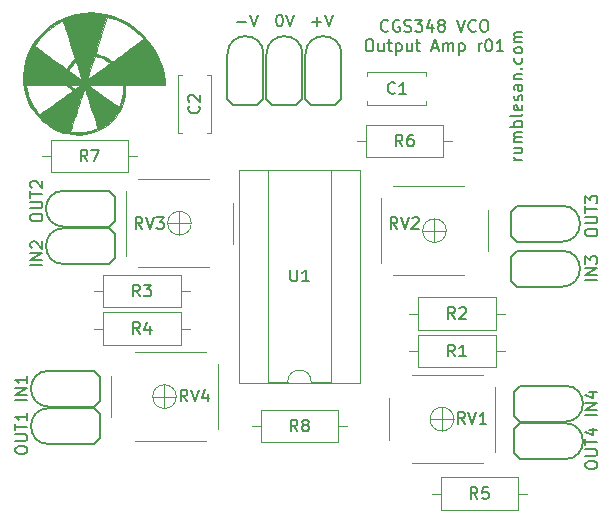
<source format=gto>
%TF.GenerationSoftware,KiCad,Pcbnew,(5.1.8-0-10_14)*%
%TF.CreationDate,2021-06-26T18:54:16+01:00*%
%TF.ProjectId,cgs348-vco-output-buffer,63677333-3438-42d7-9663-6f2d6f757470,rev?*%
%TF.SameCoordinates,Original*%
%TF.FileFunction,Legend,Top*%
%TF.FilePolarity,Positive*%
%FSLAX46Y46*%
G04 Gerber Fmt 4.6, Leading zero omitted, Abs format (unit mm)*
G04 Created by KiCad (PCBNEW (5.1.8-0-10_14)) date 2021-06-26 18:54:16*
%MOMM*%
%LPD*%
G01*
G04 APERTURE LIST*
%ADD10C,0.150000*%
%ADD11C,0.010000*%
%ADD12C,0.120000*%
%ADD13C,0.152400*%
G04 APERTURE END LIST*
D10*
X132532380Y-114648571D02*
X131865714Y-114648571D01*
X132056190Y-114648571D02*
X131960952Y-114600952D01*
X131913333Y-114553333D01*
X131865714Y-114458095D01*
X131865714Y-114362857D01*
X131865714Y-113600952D02*
X132532380Y-113600952D01*
X131865714Y-114029523D02*
X132389523Y-114029523D01*
X132484761Y-113981904D01*
X132532380Y-113886666D01*
X132532380Y-113743809D01*
X132484761Y-113648571D01*
X132437142Y-113600952D01*
X132532380Y-113124761D02*
X131865714Y-113124761D01*
X131960952Y-113124761D02*
X131913333Y-113077142D01*
X131865714Y-112981904D01*
X131865714Y-112839047D01*
X131913333Y-112743809D01*
X132008571Y-112696190D01*
X132532380Y-112696190D01*
X132008571Y-112696190D02*
X131913333Y-112648571D01*
X131865714Y-112553333D01*
X131865714Y-112410476D01*
X131913333Y-112315238D01*
X132008571Y-112267619D01*
X132532380Y-112267619D01*
X132532380Y-111791428D02*
X131532380Y-111791428D01*
X131913333Y-111791428D02*
X131865714Y-111696190D01*
X131865714Y-111505714D01*
X131913333Y-111410476D01*
X131960952Y-111362857D01*
X132056190Y-111315238D01*
X132341904Y-111315238D01*
X132437142Y-111362857D01*
X132484761Y-111410476D01*
X132532380Y-111505714D01*
X132532380Y-111696190D01*
X132484761Y-111791428D01*
X132532380Y-110743809D02*
X132484761Y-110839047D01*
X132389523Y-110886666D01*
X131532380Y-110886666D01*
X132484761Y-109981904D02*
X132532380Y-110077142D01*
X132532380Y-110267619D01*
X132484761Y-110362857D01*
X132389523Y-110410476D01*
X132008571Y-110410476D01*
X131913333Y-110362857D01*
X131865714Y-110267619D01*
X131865714Y-110077142D01*
X131913333Y-109981904D01*
X132008571Y-109934285D01*
X132103809Y-109934285D01*
X132199047Y-110410476D01*
X132484761Y-109553333D02*
X132532380Y-109458095D01*
X132532380Y-109267619D01*
X132484761Y-109172380D01*
X132389523Y-109124761D01*
X132341904Y-109124761D01*
X132246666Y-109172380D01*
X132199047Y-109267619D01*
X132199047Y-109410476D01*
X132151428Y-109505714D01*
X132056190Y-109553333D01*
X132008571Y-109553333D01*
X131913333Y-109505714D01*
X131865714Y-109410476D01*
X131865714Y-109267619D01*
X131913333Y-109172380D01*
X132532380Y-108267619D02*
X132008571Y-108267619D01*
X131913333Y-108315238D01*
X131865714Y-108410476D01*
X131865714Y-108600952D01*
X131913333Y-108696190D01*
X132484761Y-108267619D02*
X132532380Y-108362857D01*
X132532380Y-108600952D01*
X132484761Y-108696190D01*
X132389523Y-108743809D01*
X132294285Y-108743809D01*
X132199047Y-108696190D01*
X132151428Y-108600952D01*
X132151428Y-108362857D01*
X132103809Y-108267619D01*
X131865714Y-107791428D02*
X132532380Y-107791428D01*
X131960952Y-107791428D02*
X131913333Y-107743809D01*
X131865714Y-107648571D01*
X131865714Y-107505714D01*
X131913333Y-107410476D01*
X132008571Y-107362857D01*
X132532380Y-107362857D01*
X132437142Y-106886666D02*
X132484761Y-106839047D01*
X132532380Y-106886666D01*
X132484761Y-106934285D01*
X132437142Y-106886666D01*
X132532380Y-106886666D01*
X132484761Y-105981904D02*
X132532380Y-106077142D01*
X132532380Y-106267619D01*
X132484761Y-106362857D01*
X132437142Y-106410476D01*
X132341904Y-106458095D01*
X132056190Y-106458095D01*
X131960952Y-106410476D01*
X131913333Y-106362857D01*
X131865714Y-106267619D01*
X131865714Y-106077142D01*
X131913333Y-105981904D01*
X132532380Y-105410476D02*
X132484761Y-105505714D01*
X132437142Y-105553333D01*
X132341904Y-105600952D01*
X132056190Y-105600952D01*
X131960952Y-105553333D01*
X131913333Y-105505714D01*
X131865714Y-105410476D01*
X131865714Y-105267619D01*
X131913333Y-105172380D01*
X131960952Y-105124761D01*
X132056190Y-105077142D01*
X132341904Y-105077142D01*
X132437142Y-105124761D01*
X132484761Y-105172380D01*
X132532380Y-105267619D01*
X132532380Y-105410476D01*
X132532380Y-104648571D02*
X131865714Y-104648571D01*
X131960952Y-104648571D02*
X131913333Y-104600952D01*
X131865714Y-104505714D01*
X131865714Y-104362857D01*
X131913333Y-104267619D01*
X132008571Y-104220000D01*
X132532380Y-104220000D01*
X132008571Y-104220000D02*
X131913333Y-104172380D01*
X131865714Y-104077142D01*
X131865714Y-103934285D01*
X131913333Y-103839047D01*
X132008571Y-103791428D01*
X132532380Y-103791428D01*
X121166428Y-103672142D02*
X121118809Y-103719761D01*
X120975952Y-103767380D01*
X120880714Y-103767380D01*
X120737857Y-103719761D01*
X120642619Y-103624523D01*
X120595000Y-103529285D01*
X120547380Y-103338809D01*
X120547380Y-103195952D01*
X120595000Y-103005476D01*
X120642619Y-102910238D01*
X120737857Y-102815000D01*
X120880714Y-102767380D01*
X120975952Y-102767380D01*
X121118809Y-102815000D01*
X121166428Y-102862619D01*
X122118809Y-102815000D02*
X122023571Y-102767380D01*
X121880714Y-102767380D01*
X121737857Y-102815000D01*
X121642619Y-102910238D01*
X121595000Y-103005476D01*
X121547380Y-103195952D01*
X121547380Y-103338809D01*
X121595000Y-103529285D01*
X121642619Y-103624523D01*
X121737857Y-103719761D01*
X121880714Y-103767380D01*
X121975952Y-103767380D01*
X122118809Y-103719761D01*
X122166428Y-103672142D01*
X122166428Y-103338809D01*
X121975952Y-103338809D01*
X122547380Y-103719761D02*
X122690238Y-103767380D01*
X122928333Y-103767380D01*
X123023571Y-103719761D01*
X123071190Y-103672142D01*
X123118809Y-103576904D01*
X123118809Y-103481666D01*
X123071190Y-103386428D01*
X123023571Y-103338809D01*
X122928333Y-103291190D01*
X122737857Y-103243571D01*
X122642619Y-103195952D01*
X122595000Y-103148333D01*
X122547380Y-103053095D01*
X122547380Y-102957857D01*
X122595000Y-102862619D01*
X122642619Y-102815000D01*
X122737857Y-102767380D01*
X122975952Y-102767380D01*
X123118809Y-102815000D01*
X123452142Y-102767380D02*
X124071190Y-102767380D01*
X123737857Y-103148333D01*
X123880714Y-103148333D01*
X123975952Y-103195952D01*
X124023571Y-103243571D01*
X124071190Y-103338809D01*
X124071190Y-103576904D01*
X124023571Y-103672142D01*
X123975952Y-103719761D01*
X123880714Y-103767380D01*
X123595000Y-103767380D01*
X123499761Y-103719761D01*
X123452142Y-103672142D01*
X124928333Y-103100714D02*
X124928333Y-103767380D01*
X124690238Y-102719761D02*
X124452142Y-103434047D01*
X125071190Y-103434047D01*
X125595000Y-103195952D02*
X125499761Y-103148333D01*
X125452142Y-103100714D01*
X125404523Y-103005476D01*
X125404523Y-102957857D01*
X125452142Y-102862619D01*
X125499761Y-102815000D01*
X125595000Y-102767380D01*
X125785476Y-102767380D01*
X125880714Y-102815000D01*
X125928333Y-102862619D01*
X125975952Y-102957857D01*
X125975952Y-103005476D01*
X125928333Y-103100714D01*
X125880714Y-103148333D01*
X125785476Y-103195952D01*
X125595000Y-103195952D01*
X125499761Y-103243571D01*
X125452142Y-103291190D01*
X125404523Y-103386428D01*
X125404523Y-103576904D01*
X125452142Y-103672142D01*
X125499761Y-103719761D01*
X125595000Y-103767380D01*
X125785476Y-103767380D01*
X125880714Y-103719761D01*
X125928333Y-103672142D01*
X125975952Y-103576904D01*
X125975952Y-103386428D01*
X125928333Y-103291190D01*
X125880714Y-103243571D01*
X125785476Y-103195952D01*
X127023571Y-102767380D02*
X127356904Y-103767380D01*
X127690238Y-102767380D01*
X128595000Y-103672142D02*
X128547380Y-103719761D01*
X128404523Y-103767380D01*
X128309285Y-103767380D01*
X128166428Y-103719761D01*
X128071190Y-103624523D01*
X128023571Y-103529285D01*
X127975952Y-103338809D01*
X127975952Y-103195952D01*
X128023571Y-103005476D01*
X128071190Y-102910238D01*
X128166428Y-102815000D01*
X128309285Y-102767380D01*
X128404523Y-102767380D01*
X128547380Y-102815000D01*
X128595000Y-102862619D01*
X129214047Y-102767380D02*
X129404523Y-102767380D01*
X129499761Y-102815000D01*
X129595000Y-102910238D01*
X129642619Y-103100714D01*
X129642619Y-103434047D01*
X129595000Y-103624523D01*
X129499761Y-103719761D01*
X129404523Y-103767380D01*
X129214047Y-103767380D01*
X129118809Y-103719761D01*
X129023571Y-103624523D01*
X128975952Y-103434047D01*
X128975952Y-103100714D01*
X129023571Y-102910238D01*
X129118809Y-102815000D01*
X129214047Y-102767380D01*
X119499761Y-104417380D02*
X119690238Y-104417380D01*
X119785476Y-104465000D01*
X119880714Y-104560238D01*
X119928333Y-104750714D01*
X119928333Y-105084047D01*
X119880714Y-105274523D01*
X119785476Y-105369761D01*
X119690238Y-105417380D01*
X119499761Y-105417380D01*
X119404523Y-105369761D01*
X119309285Y-105274523D01*
X119261666Y-105084047D01*
X119261666Y-104750714D01*
X119309285Y-104560238D01*
X119404523Y-104465000D01*
X119499761Y-104417380D01*
X120785476Y-104750714D02*
X120785476Y-105417380D01*
X120356904Y-104750714D02*
X120356904Y-105274523D01*
X120404523Y-105369761D01*
X120499761Y-105417380D01*
X120642619Y-105417380D01*
X120737857Y-105369761D01*
X120785476Y-105322142D01*
X121118809Y-104750714D02*
X121499761Y-104750714D01*
X121261666Y-104417380D02*
X121261666Y-105274523D01*
X121309285Y-105369761D01*
X121404523Y-105417380D01*
X121499761Y-105417380D01*
X121833095Y-104750714D02*
X121833095Y-105750714D01*
X121833095Y-104798333D02*
X121928333Y-104750714D01*
X122118809Y-104750714D01*
X122214047Y-104798333D01*
X122261666Y-104845952D01*
X122309285Y-104941190D01*
X122309285Y-105226904D01*
X122261666Y-105322142D01*
X122214047Y-105369761D01*
X122118809Y-105417380D01*
X121928333Y-105417380D01*
X121833095Y-105369761D01*
X123166428Y-104750714D02*
X123166428Y-105417380D01*
X122737857Y-104750714D02*
X122737857Y-105274523D01*
X122785476Y-105369761D01*
X122880714Y-105417380D01*
X123023571Y-105417380D01*
X123118809Y-105369761D01*
X123166428Y-105322142D01*
X123499761Y-104750714D02*
X123880714Y-104750714D01*
X123642619Y-104417380D02*
X123642619Y-105274523D01*
X123690238Y-105369761D01*
X123785476Y-105417380D01*
X123880714Y-105417380D01*
X124928333Y-105131666D02*
X125404523Y-105131666D01*
X124833095Y-105417380D02*
X125166428Y-104417380D01*
X125499761Y-105417380D01*
X125833095Y-105417380D02*
X125833095Y-104750714D01*
X125833095Y-104845952D02*
X125880714Y-104798333D01*
X125975952Y-104750714D01*
X126118809Y-104750714D01*
X126214047Y-104798333D01*
X126261666Y-104893571D01*
X126261666Y-105417380D01*
X126261666Y-104893571D02*
X126309285Y-104798333D01*
X126404523Y-104750714D01*
X126547380Y-104750714D01*
X126642619Y-104798333D01*
X126690238Y-104893571D01*
X126690238Y-105417380D01*
X127166428Y-104750714D02*
X127166428Y-105750714D01*
X127166428Y-104798333D02*
X127261666Y-104750714D01*
X127452142Y-104750714D01*
X127547380Y-104798333D01*
X127595000Y-104845952D01*
X127642619Y-104941190D01*
X127642619Y-105226904D01*
X127595000Y-105322142D01*
X127547380Y-105369761D01*
X127452142Y-105417380D01*
X127261666Y-105417380D01*
X127166428Y-105369761D01*
X128833095Y-105417380D02*
X128833095Y-104750714D01*
X128833095Y-104941190D02*
X128880714Y-104845952D01*
X128928333Y-104798333D01*
X129023571Y-104750714D01*
X129118809Y-104750714D01*
X129642619Y-104417380D02*
X129737857Y-104417380D01*
X129833095Y-104465000D01*
X129880714Y-104512619D01*
X129928333Y-104607857D01*
X129975952Y-104798333D01*
X129975952Y-105036428D01*
X129928333Y-105226904D01*
X129880714Y-105322142D01*
X129833095Y-105369761D01*
X129737857Y-105417380D01*
X129642619Y-105417380D01*
X129547380Y-105369761D01*
X129499761Y-105322142D01*
X129452142Y-105226904D01*
X129404523Y-105036428D01*
X129404523Y-104798333D01*
X129452142Y-104607857D01*
X129499761Y-104512619D01*
X129547380Y-104465000D01*
X129642619Y-104417380D01*
X130928333Y-105417380D02*
X130356904Y-105417380D01*
X130642619Y-105417380D02*
X130642619Y-104417380D01*
X130547380Y-104560238D01*
X130452142Y-104655476D01*
X130356904Y-104703095D01*
X114760476Y-102941428D02*
X115522380Y-102941428D01*
X115141428Y-103322380D02*
X115141428Y-102560476D01*
X115855714Y-102322380D02*
X116189047Y-103322380D01*
X116522380Y-102322380D01*
X111918809Y-102322380D02*
X112014047Y-102322380D01*
X112109285Y-102370000D01*
X112156904Y-102417619D01*
X112204523Y-102512857D01*
X112252142Y-102703333D01*
X112252142Y-102941428D01*
X112204523Y-103131904D01*
X112156904Y-103227142D01*
X112109285Y-103274761D01*
X112014047Y-103322380D01*
X111918809Y-103322380D01*
X111823571Y-103274761D01*
X111775952Y-103227142D01*
X111728333Y-103131904D01*
X111680714Y-102941428D01*
X111680714Y-102703333D01*
X111728333Y-102512857D01*
X111775952Y-102417619D01*
X111823571Y-102370000D01*
X111918809Y-102322380D01*
X112537857Y-102322380D02*
X112871190Y-103322380D01*
X113204523Y-102322380D01*
X108410476Y-102941428D02*
X109172380Y-102941428D01*
X109505714Y-102322380D02*
X109839047Y-103322380D01*
X110172380Y-102322380D01*
D11*
%TO.C,H3*%
G36*
X90332797Y-106917201D02*
G01*
X90446106Y-106347062D01*
X90547846Y-105999672D01*
X90768058Y-105438132D01*
X91046445Y-104906343D01*
X91378717Y-104408563D01*
X91760585Y-103949049D01*
X92187760Y-103532056D01*
X92655952Y-103161843D01*
X93160872Y-102842666D01*
X93698229Y-102578782D01*
X94172380Y-102402696D01*
X94777990Y-102244567D01*
X95392950Y-102152390D01*
X96012934Y-102125780D01*
X96633615Y-102164351D01*
X97250669Y-102267717D01*
X97859767Y-102435493D01*
X98456585Y-102667293D01*
X98757792Y-102811547D01*
X99332105Y-103142007D01*
X99864309Y-103523502D01*
X100351669Y-103952432D01*
X100791449Y-104425198D01*
X101180913Y-104938201D01*
X101517326Y-105487840D01*
X101797954Y-106070515D01*
X102020060Y-106682628D01*
X102179721Y-107314629D01*
X102224242Y-107552762D01*
X102258760Y-107769191D01*
X102282246Y-107954619D01*
X102293669Y-108099747D01*
X102291998Y-108195280D01*
X102281103Y-108229230D01*
X102243104Y-108234232D01*
X102143944Y-108238909D01*
X101990195Y-108243163D01*
X101788429Y-108246897D01*
X101545218Y-108250012D01*
X101267133Y-108252409D01*
X100960748Y-108253992D01*
X100632634Y-108254662D01*
X100576002Y-108254678D01*
X98896780Y-108254726D01*
X98892638Y-108737278D01*
X98875497Y-109108825D01*
X98827387Y-109441225D01*
X98742995Y-109758015D01*
X98617012Y-110082731D01*
X98561977Y-110202891D01*
X98367184Y-110556381D01*
X98367184Y-110117297D01*
X98399546Y-110086343D01*
X98442674Y-110001759D01*
X98492309Y-109875960D01*
X98544189Y-109721360D01*
X98594054Y-109550375D01*
X98637644Y-109375420D01*
X98661919Y-109258431D01*
X98677182Y-109145701D01*
X98688675Y-108999986D01*
X98696222Y-108836274D01*
X98699648Y-108669550D01*
X98698777Y-108514800D01*
X98693434Y-108387012D01*
X98683443Y-108301170D01*
X98673453Y-108273927D01*
X98636366Y-108269864D01*
X98538660Y-108266488D01*
X98387446Y-108263854D01*
X98189835Y-108262017D01*
X97952938Y-108261032D01*
X97876808Y-108261010D01*
X97876808Y-106265788D01*
X97927566Y-106231795D01*
X98023435Y-106164207D01*
X98157923Y-106067796D01*
X98324541Y-105947332D01*
X98516797Y-105807588D01*
X98728201Y-105653336D01*
X98952263Y-105489346D01*
X99182492Y-105320390D01*
X99412397Y-105151241D01*
X99635489Y-104986668D01*
X99845276Y-104831445D01*
X100035269Y-104690343D01*
X100198976Y-104568133D01*
X100329907Y-104469586D01*
X100421572Y-104399475D01*
X100467480Y-104362571D01*
X100471580Y-104358210D01*
X100448507Y-104326497D01*
X100386237Y-104259551D01*
X100295191Y-104168243D01*
X100219581Y-104095333D01*
X99720052Y-103663413D01*
X99191747Y-103288237D01*
X98639158Y-102972438D01*
X98066778Y-102718649D01*
X97608586Y-102565178D01*
X97404126Y-102506199D01*
X96900716Y-104060122D01*
X96800662Y-104370038D01*
X96707777Y-104659829D01*
X96624020Y-104923231D01*
X96551351Y-105153978D01*
X96491732Y-105345805D01*
X96447122Y-105492449D01*
X96419482Y-105587643D01*
X96410772Y-105625123D01*
X96410910Y-105625414D01*
X96448162Y-105638525D01*
X96533500Y-105662393D01*
X96649123Y-105692062D01*
X96659773Y-105694692D01*
X96970344Y-105795570D01*
X97290898Y-105944332D01*
X97597874Y-106130016D01*
X97602914Y-106133480D01*
X97732934Y-106216157D01*
X97826999Y-106261320D01*
X97876808Y-106265788D01*
X97876808Y-108261010D01*
X97683866Y-108260954D01*
X97389731Y-108261837D01*
X97224266Y-108262725D01*
X95795206Y-108271563D01*
X97064363Y-109194430D01*
X97323342Y-109382233D01*
X97565996Y-109557210D01*
X97786763Y-109715420D01*
X97980082Y-109852924D01*
X98140389Y-109965780D01*
X98262123Y-110050051D01*
X98339721Y-110101794D01*
X98367184Y-110117297D01*
X98367184Y-110556381D01*
X98309733Y-110660638D01*
X98011089Y-111071547D01*
X97670231Y-111433816D01*
X97291349Y-111745646D01*
X96878632Y-112005236D01*
X96436268Y-112210787D01*
X95968446Y-112360496D01*
X95479354Y-112452566D01*
X94973182Y-112485194D01*
X94886606Y-112480422D01*
X94886606Y-112283960D01*
X95089717Y-112279712D01*
X95293850Y-112267644D01*
X95487932Y-112247452D01*
X95577847Y-112234197D01*
X95775690Y-112196355D01*
X95972236Y-112149548D01*
X96156977Y-112097335D01*
X96319402Y-112043275D01*
X96449002Y-111990927D01*
X96535270Y-111943849D01*
X96567694Y-111905600D01*
X96566792Y-111899319D01*
X96553867Y-111860482D01*
X96522119Y-111763544D01*
X96473609Y-111614838D01*
X96410398Y-111420695D01*
X96334545Y-111187449D01*
X96248111Y-110921432D01*
X96153157Y-110628977D01*
X96051741Y-110316416D01*
X96036588Y-110269697D01*
X95934537Y-109955630D01*
X95838606Y-109661522D01*
X95750848Y-109393591D01*
X95673318Y-109158054D01*
X95671386Y-109152224D01*
X95671386Y-107873366D01*
X96649948Y-107160661D01*
X96875176Y-106995411D01*
X97081463Y-106841722D01*
X97262735Y-106704299D01*
X97412918Y-106587848D01*
X97525937Y-106497074D01*
X97595721Y-106436683D01*
X97616469Y-106411829D01*
X97584181Y-106376750D01*
X97509809Y-106316992D01*
X97408300Y-106244415D01*
X97389093Y-106231436D01*
X97211580Y-106126647D01*
X97006847Y-106028076D01*
X96796709Y-105944600D01*
X96602981Y-105885095D01*
X96479385Y-105861274D01*
X96322914Y-105842817D01*
X96106305Y-106515323D01*
X96032407Y-106744954D01*
X95957393Y-106978402D01*
X95886744Y-107198588D01*
X95825939Y-107388433D01*
X95780541Y-107530598D01*
X95671386Y-107873366D01*
X95671386Y-109152224D01*
X95608067Y-108961127D01*
X95557151Y-108809028D01*
X95522623Y-108707973D01*
X95506537Y-108664181D01*
X95505820Y-108662912D01*
X95485269Y-108657817D01*
X95458427Y-108682205D01*
X95423828Y-108739934D01*
X95380004Y-108834864D01*
X95325489Y-108970855D01*
X95258816Y-109151767D01*
X95234764Y-109220567D01*
X95234764Y-107848230D01*
X95228074Y-107817816D01*
X95203633Y-107733623D01*
X95164823Y-107606223D01*
X95115026Y-107446189D01*
X95057625Y-107264095D01*
X94996000Y-107070513D01*
X94933535Y-106876017D01*
X94873611Y-106691178D01*
X94819609Y-106526571D01*
X94774913Y-106392767D01*
X94742903Y-106300340D01*
X94726962Y-106259863D01*
X94726481Y-106259186D01*
X94693207Y-106267047D01*
X94632218Y-106320600D01*
X94552382Y-106408534D01*
X94462566Y-106519536D01*
X94371640Y-106642294D01*
X94288470Y-106765496D01*
X94221925Y-106877830D01*
X94190327Y-106943115D01*
X94140479Y-107062417D01*
X94681394Y-107455324D01*
X94847680Y-107575673D01*
X94994524Y-107681119D01*
X95113437Y-107765634D01*
X95195929Y-107823191D01*
X95233510Y-107847762D01*
X95234764Y-107848230D01*
X95234764Y-109220567D01*
X95178518Y-109381458D01*
X95083127Y-109663788D01*
X94971178Y-110002618D01*
X94841203Y-110401806D01*
X94819926Y-110467546D01*
X94715184Y-110792193D01*
X94665679Y-110946411D01*
X94665679Y-108602315D01*
X94893163Y-108437337D01*
X94997287Y-108360833D01*
X95076356Y-108300855D01*
X95117548Y-108267200D01*
X95120647Y-108263494D01*
X95088871Y-108260205D01*
X95001905Y-108257468D01*
X94872290Y-108255535D01*
X94712570Y-108254657D01*
X94678074Y-108254630D01*
X94235501Y-108254630D01*
X94303861Y-108350633D01*
X94376673Y-108425847D01*
X94478585Y-108501015D01*
X94518950Y-108524475D01*
X94665679Y-108602315D01*
X94665679Y-110946411D01*
X94617039Y-111097935D01*
X94527437Y-111378611D01*
X94448318Y-111628063D01*
X94381626Y-111840130D01*
X94329303Y-112008654D01*
X94293293Y-112127474D01*
X94275537Y-112190431D01*
X94273980Y-112198495D01*
X94305868Y-112228804D01*
X94394149Y-112252808D01*
X94527748Y-112270204D01*
X94695592Y-112280689D01*
X94886606Y-112283960D01*
X94886606Y-112480422D01*
X94454116Y-112456581D01*
X93926348Y-112364926D01*
X93680911Y-112300841D01*
X93207189Y-112130454D01*
X92744467Y-111899264D01*
X92301604Y-111614168D01*
X91887458Y-111282064D01*
X91671966Y-111069064D01*
X91671966Y-110760764D01*
X91702525Y-110741670D01*
X91781436Y-110687418D01*
X91902383Y-110602556D01*
X92059051Y-110491627D01*
X92245124Y-110359178D01*
X92454287Y-110209755D01*
X92680225Y-110047904D01*
X92916623Y-109878169D01*
X93157164Y-109705097D01*
X93395535Y-109533234D01*
X93625419Y-109367126D01*
X93840501Y-109211317D01*
X94034466Y-109070354D01*
X94200998Y-108948783D01*
X94333782Y-108851149D01*
X94426503Y-108781998D01*
X94472845Y-108745876D01*
X94476984Y-108741731D01*
X94451703Y-108722593D01*
X94387288Y-108678493D01*
X94345066Y-108650335D01*
X94245933Y-108569126D01*
X94144247Y-108462224D01*
X94102258Y-108408768D01*
X93991565Y-108254630D01*
X93963255Y-108254630D01*
X93963255Y-106934000D01*
X94088375Y-106710266D01*
X94174002Y-106576550D01*
X94287273Y-106425356D01*
X94406354Y-106285466D01*
X94428877Y-106261448D01*
X94523562Y-106159728D01*
X94597301Y-106075242D01*
X94639467Y-106020429D01*
X94645387Y-106008072D01*
X94635445Y-105971150D01*
X94606504Y-105876182D01*
X94560586Y-105729513D01*
X94499709Y-105537487D01*
X94425896Y-105306447D01*
X94341165Y-105042739D01*
X94247537Y-104752705D01*
X94147033Y-104442690D01*
X94139809Y-104420456D01*
X94038631Y-104109713D01*
X93943583Y-103818987D01*
X93856744Y-103554557D01*
X93780196Y-103322704D01*
X93716019Y-103129709D01*
X93666294Y-102981852D01*
X93633103Y-102885413D01*
X93618525Y-102846672D01*
X93618243Y-102846271D01*
X93579121Y-102851325D01*
X93493714Y-102887733D01*
X93372514Y-102949914D01*
X93226015Y-103032288D01*
X93064709Y-103129276D01*
X92953180Y-103199912D01*
X92619980Y-103435369D01*
X92292856Y-103703380D01*
X91996299Y-103983279D01*
X91885935Y-104100312D01*
X91768804Y-104235025D01*
X91648806Y-104382302D01*
X91533465Y-104531775D01*
X91430307Y-104673074D01*
X91346854Y-104795833D01*
X91290632Y-104889682D01*
X91269164Y-104944254D01*
X91269687Y-104949492D01*
X91298168Y-104975179D01*
X91375199Y-105036015D01*
X91494507Y-105127369D01*
X91649824Y-105244606D01*
X91834879Y-105383093D01*
X92043402Y-105538196D01*
X92269123Y-105705283D01*
X92505771Y-105879720D01*
X92747077Y-106056873D01*
X92986771Y-106232109D01*
X93218581Y-106400795D01*
X93436239Y-106558297D01*
X93633474Y-106699983D01*
X93771484Y-106798220D01*
X93963255Y-106934000D01*
X93963255Y-108254630D01*
X92253172Y-108254630D01*
X91811000Y-108255241D01*
X91435497Y-108257089D01*
X91125608Y-108260196D01*
X90880279Y-108264581D01*
X90698458Y-108270268D01*
X90579089Y-108277277D01*
X90521119Y-108285629D01*
X90514780Y-108289925D01*
X90521093Y-108338093D01*
X90537811Y-108433781D01*
X90561610Y-108558184D01*
X90567208Y-108586258D01*
X90696852Y-109082790D01*
X90881923Y-109571135D01*
X91114210Y-110031104D01*
X91234663Y-110227612D01*
X91355135Y-110405255D01*
X91466063Y-110555273D01*
X91560928Y-110669716D01*
X91633211Y-110740637D01*
X91671966Y-110760764D01*
X91671966Y-111069064D01*
X91510888Y-110909848D01*
X91180754Y-110504418D01*
X90976481Y-110195311D01*
X90714393Y-109692935D01*
X90513492Y-109165772D01*
X90374331Y-108619221D01*
X90297460Y-108058677D01*
X90283432Y-107489538D01*
X90332797Y-106917201D01*
G37*
X90332797Y-106917201D02*
X90446106Y-106347062D01*
X90547846Y-105999672D01*
X90768058Y-105438132D01*
X91046445Y-104906343D01*
X91378717Y-104408563D01*
X91760585Y-103949049D01*
X92187760Y-103532056D01*
X92655952Y-103161843D01*
X93160872Y-102842666D01*
X93698229Y-102578782D01*
X94172380Y-102402696D01*
X94777990Y-102244567D01*
X95392950Y-102152390D01*
X96012934Y-102125780D01*
X96633615Y-102164351D01*
X97250669Y-102267717D01*
X97859767Y-102435493D01*
X98456585Y-102667293D01*
X98757792Y-102811547D01*
X99332105Y-103142007D01*
X99864309Y-103523502D01*
X100351669Y-103952432D01*
X100791449Y-104425198D01*
X101180913Y-104938201D01*
X101517326Y-105487840D01*
X101797954Y-106070515D01*
X102020060Y-106682628D01*
X102179721Y-107314629D01*
X102224242Y-107552762D01*
X102258760Y-107769191D01*
X102282246Y-107954619D01*
X102293669Y-108099747D01*
X102291998Y-108195280D01*
X102281103Y-108229230D01*
X102243104Y-108234232D01*
X102143944Y-108238909D01*
X101990195Y-108243163D01*
X101788429Y-108246897D01*
X101545218Y-108250012D01*
X101267133Y-108252409D01*
X100960748Y-108253992D01*
X100632634Y-108254662D01*
X100576002Y-108254678D01*
X98896780Y-108254726D01*
X98892638Y-108737278D01*
X98875497Y-109108825D01*
X98827387Y-109441225D01*
X98742995Y-109758015D01*
X98617012Y-110082731D01*
X98561977Y-110202891D01*
X98367184Y-110556381D01*
X98367184Y-110117297D01*
X98399546Y-110086343D01*
X98442674Y-110001759D01*
X98492309Y-109875960D01*
X98544189Y-109721360D01*
X98594054Y-109550375D01*
X98637644Y-109375420D01*
X98661919Y-109258431D01*
X98677182Y-109145701D01*
X98688675Y-108999986D01*
X98696222Y-108836274D01*
X98699648Y-108669550D01*
X98698777Y-108514800D01*
X98693434Y-108387012D01*
X98683443Y-108301170D01*
X98673453Y-108273927D01*
X98636366Y-108269864D01*
X98538660Y-108266488D01*
X98387446Y-108263854D01*
X98189835Y-108262017D01*
X97952938Y-108261032D01*
X97876808Y-108261010D01*
X97876808Y-106265788D01*
X97927566Y-106231795D01*
X98023435Y-106164207D01*
X98157923Y-106067796D01*
X98324541Y-105947332D01*
X98516797Y-105807588D01*
X98728201Y-105653336D01*
X98952263Y-105489346D01*
X99182492Y-105320390D01*
X99412397Y-105151241D01*
X99635489Y-104986668D01*
X99845276Y-104831445D01*
X100035269Y-104690343D01*
X100198976Y-104568133D01*
X100329907Y-104469586D01*
X100421572Y-104399475D01*
X100467480Y-104362571D01*
X100471580Y-104358210D01*
X100448507Y-104326497D01*
X100386237Y-104259551D01*
X100295191Y-104168243D01*
X100219581Y-104095333D01*
X99720052Y-103663413D01*
X99191747Y-103288237D01*
X98639158Y-102972438D01*
X98066778Y-102718649D01*
X97608586Y-102565178D01*
X97404126Y-102506199D01*
X96900716Y-104060122D01*
X96800662Y-104370038D01*
X96707777Y-104659829D01*
X96624020Y-104923231D01*
X96551351Y-105153978D01*
X96491732Y-105345805D01*
X96447122Y-105492449D01*
X96419482Y-105587643D01*
X96410772Y-105625123D01*
X96410910Y-105625414D01*
X96448162Y-105638525D01*
X96533500Y-105662393D01*
X96649123Y-105692062D01*
X96659773Y-105694692D01*
X96970344Y-105795570D01*
X97290898Y-105944332D01*
X97597874Y-106130016D01*
X97602914Y-106133480D01*
X97732934Y-106216157D01*
X97826999Y-106261320D01*
X97876808Y-106265788D01*
X97876808Y-108261010D01*
X97683866Y-108260954D01*
X97389731Y-108261837D01*
X97224266Y-108262725D01*
X95795206Y-108271563D01*
X97064363Y-109194430D01*
X97323342Y-109382233D01*
X97565996Y-109557210D01*
X97786763Y-109715420D01*
X97980082Y-109852924D01*
X98140389Y-109965780D01*
X98262123Y-110050051D01*
X98339721Y-110101794D01*
X98367184Y-110117297D01*
X98367184Y-110556381D01*
X98309733Y-110660638D01*
X98011089Y-111071547D01*
X97670231Y-111433816D01*
X97291349Y-111745646D01*
X96878632Y-112005236D01*
X96436268Y-112210787D01*
X95968446Y-112360496D01*
X95479354Y-112452566D01*
X94973182Y-112485194D01*
X94886606Y-112480422D01*
X94886606Y-112283960D01*
X95089717Y-112279712D01*
X95293850Y-112267644D01*
X95487932Y-112247452D01*
X95577847Y-112234197D01*
X95775690Y-112196355D01*
X95972236Y-112149548D01*
X96156977Y-112097335D01*
X96319402Y-112043275D01*
X96449002Y-111990927D01*
X96535270Y-111943849D01*
X96567694Y-111905600D01*
X96566792Y-111899319D01*
X96553867Y-111860482D01*
X96522119Y-111763544D01*
X96473609Y-111614838D01*
X96410398Y-111420695D01*
X96334545Y-111187449D01*
X96248111Y-110921432D01*
X96153157Y-110628977D01*
X96051741Y-110316416D01*
X96036588Y-110269697D01*
X95934537Y-109955630D01*
X95838606Y-109661522D01*
X95750848Y-109393591D01*
X95673318Y-109158054D01*
X95671386Y-109152224D01*
X95671386Y-107873366D01*
X96649948Y-107160661D01*
X96875176Y-106995411D01*
X97081463Y-106841722D01*
X97262735Y-106704299D01*
X97412918Y-106587848D01*
X97525937Y-106497074D01*
X97595721Y-106436683D01*
X97616469Y-106411829D01*
X97584181Y-106376750D01*
X97509809Y-106316992D01*
X97408300Y-106244415D01*
X97389093Y-106231436D01*
X97211580Y-106126647D01*
X97006847Y-106028076D01*
X96796709Y-105944600D01*
X96602981Y-105885095D01*
X96479385Y-105861274D01*
X96322914Y-105842817D01*
X96106305Y-106515323D01*
X96032407Y-106744954D01*
X95957393Y-106978402D01*
X95886744Y-107198588D01*
X95825939Y-107388433D01*
X95780541Y-107530598D01*
X95671386Y-107873366D01*
X95671386Y-109152224D01*
X95608067Y-108961127D01*
X95557151Y-108809028D01*
X95522623Y-108707973D01*
X95506537Y-108664181D01*
X95505820Y-108662912D01*
X95485269Y-108657817D01*
X95458427Y-108682205D01*
X95423828Y-108739934D01*
X95380004Y-108834864D01*
X95325489Y-108970855D01*
X95258816Y-109151767D01*
X95234764Y-109220567D01*
X95234764Y-107848230D01*
X95228074Y-107817816D01*
X95203633Y-107733623D01*
X95164823Y-107606223D01*
X95115026Y-107446189D01*
X95057625Y-107264095D01*
X94996000Y-107070513D01*
X94933535Y-106876017D01*
X94873611Y-106691178D01*
X94819609Y-106526571D01*
X94774913Y-106392767D01*
X94742903Y-106300340D01*
X94726962Y-106259863D01*
X94726481Y-106259186D01*
X94693207Y-106267047D01*
X94632218Y-106320600D01*
X94552382Y-106408534D01*
X94462566Y-106519536D01*
X94371640Y-106642294D01*
X94288470Y-106765496D01*
X94221925Y-106877830D01*
X94190327Y-106943115D01*
X94140479Y-107062417D01*
X94681394Y-107455324D01*
X94847680Y-107575673D01*
X94994524Y-107681119D01*
X95113437Y-107765634D01*
X95195929Y-107823191D01*
X95233510Y-107847762D01*
X95234764Y-107848230D01*
X95234764Y-109220567D01*
X95178518Y-109381458D01*
X95083127Y-109663788D01*
X94971178Y-110002618D01*
X94841203Y-110401806D01*
X94819926Y-110467546D01*
X94715184Y-110792193D01*
X94665679Y-110946411D01*
X94665679Y-108602315D01*
X94893163Y-108437337D01*
X94997287Y-108360833D01*
X95076356Y-108300855D01*
X95117548Y-108267200D01*
X95120647Y-108263494D01*
X95088871Y-108260205D01*
X95001905Y-108257468D01*
X94872290Y-108255535D01*
X94712570Y-108254657D01*
X94678074Y-108254630D01*
X94235501Y-108254630D01*
X94303861Y-108350633D01*
X94376673Y-108425847D01*
X94478585Y-108501015D01*
X94518950Y-108524475D01*
X94665679Y-108602315D01*
X94665679Y-110946411D01*
X94617039Y-111097935D01*
X94527437Y-111378611D01*
X94448318Y-111628063D01*
X94381626Y-111840130D01*
X94329303Y-112008654D01*
X94293293Y-112127474D01*
X94275537Y-112190431D01*
X94273980Y-112198495D01*
X94305868Y-112228804D01*
X94394149Y-112252808D01*
X94527748Y-112270204D01*
X94695592Y-112280689D01*
X94886606Y-112283960D01*
X94886606Y-112480422D01*
X94454116Y-112456581D01*
X93926348Y-112364926D01*
X93680911Y-112300841D01*
X93207189Y-112130454D01*
X92744467Y-111899264D01*
X92301604Y-111614168D01*
X91887458Y-111282064D01*
X91671966Y-111069064D01*
X91671966Y-110760764D01*
X91702525Y-110741670D01*
X91781436Y-110687418D01*
X91902383Y-110602556D01*
X92059051Y-110491627D01*
X92245124Y-110359178D01*
X92454287Y-110209755D01*
X92680225Y-110047904D01*
X92916623Y-109878169D01*
X93157164Y-109705097D01*
X93395535Y-109533234D01*
X93625419Y-109367126D01*
X93840501Y-109211317D01*
X94034466Y-109070354D01*
X94200998Y-108948783D01*
X94333782Y-108851149D01*
X94426503Y-108781998D01*
X94472845Y-108745876D01*
X94476984Y-108741731D01*
X94451703Y-108722593D01*
X94387288Y-108678493D01*
X94345066Y-108650335D01*
X94245933Y-108569126D01*
X94144247Y-108462224D01*
X94102258Y-108408768D01*
X93991565Y-108254630D01*
X93963255Y-108254630D01*
X93963255Y-106934000D01*
X94088375Y-106710266D01*
X94174002Y-106576550D01*
X94287273Y-106425356D01*
X94406354Y-106285466D01*
X94428877Y-106261448D01*
X94523562Y-106159728D01*
X94597301Y-106075242D01*
X94639467Y-106020429D01*
X94645387Y-106008072D01*
X94635445Y-105971150D01*
X94606504Y-105876182D01*
X94560586Y-105729513D01*
X94499709Y-105537487D01*
X94425896Y-105306447D01*
X94341165Y-105042739D01*
X94247537Y-104752705D01*
X94147033Y-104442690D01*
X94139809Y-104420456D01*
X94038631Y-104109713D01*
X93943583Y-103818987D01*
X93856744Y-103554557D01*
X93780196Y-103322704D01*
X93716019Y-103129709D01*
X93666294Y-102981852D01*
X93633103Y-102885413D01*
X93618525Y-102846672D01*
X93618243Y-102846271D01*
X93579121Y-102851325D01*
X93493714Y-102887733D01*
X93372514Y-102949914D01*
X93226015Y-103032288D01*
X93064709Y-103129276D01*
X92953180Y-103199912D01*
X92619980Y-103435369D01*
X92292856Y-103703380D01*
X91996299Y-103983279D01*
X91885935Y-104100312D01*
X91768804Y-104235025D01*
X91648806Y-104382302D01*
X91533465Y-104531775D01*
X91430307Y-104673074D01*
X91346854Y-104795833D01*
X91290632Y-104889682D01*
X91269164Y-104944254D01*
X91269687Y-104949492D01*
X91298168Y-104975179D01*
X91375199Y-105036015D01*
X91494507Y-105127369D01*
X91649824Y-105244606D01*
X91834879Y-105383093D01*
X92043402Y-105538196D01*
X92269123Y-105705283D01*
X92505771Y-105879720D01*
X92747077Y-106056873D01*
X92986771Y-106232109D01*
X93218581Y-106400795D01*
X93436239Y-106558297D01*
X93633474Y-106699983D01*
X93771484Y-106798220D01*
X93963255Y-106934000D01*
X93963255Y-108254630D01*
X92253172Y-108254630D01*
X91811000Y-108255241D01*
X91435497Y-108257089D01*
X91125608Y-108260196D01*
X90880279Y-108264581D01*
X90698458Y-108270268D01*
X90579089Y-108277277D01*
X90521119Y-108285629D01*
X90514780Y-108289925D01*
X90521093Y-108338093D01*
X90537811Y-108433781D01*
X90561610Y-108558184D01*
X90567208Y-108586258D01*
X90696852Y-109082790D01*
X90881923Y-109571135D01*
X91114210Y-110031104D01*
X91234663Y-110227612D01*
X91355135Y-110405255D01*
X91466063Y-110555273D01*
X91560928Y-110669716D01*
X91633211Y-110740637D01*
X91671966Y-110760764D01*
X91671966Y-111069064D01*
X91510888Y-110909848D01*
X91180754Y-110504418D01*
X90976481Y-110195311D01*
X90714393Y-109692935D01*
X90513492Y-109165772D01*
X90374331Y-108619221D01*
X90297460Y-108058677D01*
X90283432Y-107489538D01*
X90332797Y-106917201D01*
D12*
%TO.C,U1*%
X108525000Y-133470000D02*
X118805000Y-133470000D01*
X108525000Y-115450000D02*
X108525000Y-133470000D01*
X118805000Y-115450000D02*
X108525000Y-115450000D01*
X118805000Y-133470000D02*
X118805000Y-115450000D01*
X111015000Y-133410000D02*
X112665000Y-133410000D01*
X111015000Y-115510000D02*
X111015000Y-133410000D01*
X116315000Y-115510000D02*
X111015000Y-115510000D01*
X116315000Y-133410000D02*
X116315000Y-115510000D01*
X114665000Y-133410000D02*
X116315000Y-133410000D01*
X112665000Y-133410000D02*
G75*
G02*
X114665000Y-133410000I1000000J0D01*
G01*
%TO.C,RV4*%
X99735000Y-138410000D02*
X105735000Y-138410000D01*
X106735000Y-137410000D02*
X106735000Y-131910000D01*
X105735000Y-130910000D02*
X99735000Y-130910000D01*
X97735000Y-136410000D02*
X97735000Y-132910000D01*
X101235000Y-134660000D02*
X103235000Y-134660000D01*
X102235000Y-133660000D02*
X102235000Y-135660000D01*
X103235000Y-134660000D02*
G75*
G03*
X103235000Y-134660000I-1000000J0D01*
G01*
%TO.C,RV3*%
X106005000Y-116225000D02*
X100005000Y-116225000D01*
X99005000Y-117225000D02*
X99005000Y-122725000D01*
X100005000Y-123725000D02*
X106005000Y-123725000D01*
X108005000Y-118225000D02*
X108005000Y-121725000D01*
X104505000Y-119975000D02*
X102505000Y-119975000D01*
X103505000Y-120975000D02*
X103505000Y-118975000D01*
X104505000Y-119975000D02*
G75*
G03*
X104505000Y-119975000I-1000000J0D01*
G01*
%TO.C,RV2*%
X127595000Y-116860000D02*
X121595000Y-116860000D01*
X120595000Y-117860000D02*
X120595000Y-123360000D01*
X121595000Y-124360000D02*
X127595000Y-124360000D01*
X129595000Y-118860000D02*
X129595000Y-122360000D01*
X126095000Y-120610000D02*
X124095000Y-120610000D01*
X125095000Y-121610000D02*
X125095000Y-119610000D01*
X126095000Y-120610000D02*
G75*
G03*
X126095000Y-120610000I-1000000J0D01*
G01*
%TO.C,RV1*%
X123230000Y-140315000D02*
X129230000Y-140315000D01*
X130230000Y-139315000D02*
X130230000Y-133815000D01*
X129230000Y-132815000D02*
X123230000Y-132815000D01*
X121230000Y-138315000D02*
X121230000Y-134815000D01*
X124730000Y-136565000D02*
X126730000Y-136565000D01*
X125730000Y-135565000D02*
X125730000Y-137565000D01*
X126730000Y-136565000D02*
G75*
G03*
X126730000Y-136565000I-1000000J0D01*
G01*
%TO.C,R8*%
X110395000Y-135790000D02*
X110395000Y-138530000D01*
X110395000Y-138530000D02*
X116935000Y-138530000D01*
X116935000Y-138530000D02*
X116935000Y-135790000D01*
X116935000Y-135790000D02*
X110395000Y-135790000D01*
X109625000Y-137160000D02*
X110395000Y-137160000D01*
X117705000Y-137160000D02*
X116935000Y-137160000D01*
%TO.C,R7*%
X92615000Y-112930000D02*
X92615000Y-115670000D01*
X92615000Y-115670000D02*
X99155000Y-115670000D01*
X99155000Y-115670000D02*
X99155000Y-112930000D01*
X99155000Y-112930000D02*
X92615000Y-112930000D01*
X91845000Y-114300000D02*
X92615000Y-114300000D01*
X99925000Y-114300000D02*
X99155000Y-114300000D01*
%TO.C,R6*%
X125825000Y-114400000D02*
X125825000Y-111660000D01*
X125825000Y-111660000D02*
X119285000Y-111660000D01*
X119285000Y-111660000D02*
X119285000Y-114400000D01*
X119285000Y-114400000D02*
X125825000Y-114400000D01*
X126595000Y-113030000D02*
X125825000Y-113030000D01*
X118515000Y-113030000D02*
X119285000Y-113030000D01*
%TO.C,R5*%
X132175000Y-144245000D02*
X132175000Y-141505000D01*
X132175000Y-141505000D02*
X125635000Y-141505000D01*
X125635000Y-141505000D02*
X125635000Y-144245000D01*
X125635000Y-144245000D02*
X132175000Y-144245000D01*
X132945000Y-142875000D02*
X132175000Y-142875000D01*
X124865000Y-142875000D02*
X125635000Y-142875000D01*
%TO.C,R4*%
X103600000Y-130275000D02*
X103600000Y-127535000D01*
X103600000Y-127535000D02*
X97060000Y-127535000D01*
X97060000Y-127535000D02*
X97060000Y-130275000D01*
X97060000Y-130275000D02*
X103600000Y-130275000D01*
X104370000Y-128905000D02*
X103600000Y-128905000D01*
X96290000Y-128905000D02*
X97060000Y-128905000D01*
%TO.C,R3*%
X103600000Y-127100000D02*
X103600000Y-124360000D01*
X103600000Y-124360000D02*
X97060000Y-124360000D01*
X97060000Y-124360000D02*
X97060000Y-127100000D01*
X97060000Y-127100000D02*
X103600000Y-127100000D01*
X104370000Y-125730000D02*
X103600000Y-125730000D01*
X96290000Y-125730000D02*
X97060000Y-125730000D01*
%TO.C,R2*%
X123730000Y-126265000D02*
X123730000Y-129005000D01*
X123730000Y-129005000D02*
X130270000Y-129005000D01*
X130270000Y-129005000D02*
X130270000Y-126265000D01*
X130270000Y-126265000D02*
X123730000Y-126265000D01*
X122960000Y-127635000D02*
X123730000Y-127635000D01*
X131040000Y-127635000D02*
X130270000Y-127635000D01*
%TO.C,R1*%
X123730000Y-129440000D02*
X123730000Y-132180000D01*
X123730000Y-132180000D02*
X130270000Y-132180000D01*
X130270000Y-132180000D02*
X130270000Y-129440000D01*
X130270000Y-129440000D02*
X123730000Y-129440000D01*
X122960000Y-130810000D02*
X123730000Y-130810000D01*
X131040000Y-130810000D02*
X130270000Y-130810000D01*
D13*
%TO.C,J9*%
X110109000Y-109982000D02*
X110617000Y-109474000D01*
X110617000Y-109474000D02*
X110617000Y-105664000D01*
X107569000Y-105664000D02*
X107569000Y-109474000D01*
X108077000Y-109982000D02*
X110109000Y-109982000D01*
X107569000Y-109474000D02*
X108077000Y-109982000D01*
X116713000Y-109982000D02*
X117221000Y-109474000D01*
X117221000Y-109474000D02*
X117221000Y-105664000D01*
X114173000Y-105664000D02*
X114173000Y-109474000D01*
X114681000Y-109982000D02*
X116713000Y-109982000D01*
X114173000Y-109474000D02*
X114681000Y-109982000D01*
X113919000Y-109474000D02*
X113919000Y-105664000D01*
X113411000Y-109982000D02*
X113919000Y-109474000D01*
X111379000Y-109982000D02*
X113411000Y-109982000D01*
X110871000Y-109474000D02*
X111379000Y-109982000D01*
X110871000Y-105664000D02*
X110871000Y-109474000D01*
X107569000Y-105664000D02*
G75*
G02*
X110617000Y-105664000I1524000J0D01*
G01*
X114173000Y-105664000D02*
G75*
G02*
X117221000Y-105664000I1524000J0D01*
G01*
X110871000Y-105664000D02*
G75*
G02*
X113919000Y-105664000I1524000J0D01*
G01*
%TO.C,OUT1*%
X96266000Y-135636000D02*
X92456000Y-135636000D01*
X96774000Y-136144000D02*
X96266000Y-135636000D01*
X96774000Y-138176000D02*
X96774000Y-136144000D01*
X96266000Y-138684000D02*
X96774000Y-138176000D01*
X92456000Y-138684000D02*
X96266000Y-138684000D01*
X92456000Y-138684000D02*
G75*
G02*
X92456000Y-135636000I0J1524000D01*
G01*
%TO.C,OUT2*%
X97536000Y-117221000D02*
X93726000Y-117221000D01*
X98044000Y-117729000D02*
X97536000Y-117221000D01*
X98044000Y-119761000D02*
X98044000Y-117729000D01*
X97536000Y-120269000D02*
X98044000Y-119761000D01*
X93726000Y-120269000D02*
X97536000Y-120269000D01*
X93726000Y-120269000D02*
G75*
G02*
X93726000Y-117221000I0J1524000D01*
G01*
%TO.C,OUT3*%
X132080000Y-121539000D02*
X135890000Y-121539000D01*
X131572000Y-121031000D02*
X132080000Y-121539000D01*
X131572000Y-118999000D02*
X131572000Y-121031000D01*
X132080000Y-118491000D02*
X131572000Y-118999000D01*
X135890000Y-118491000D02*
X132080000Y-118491000D01*
X135890000Y-118491000D02*
G75*
G02*
X135890000Y-121539000I0J-1524000D01*
G01*
%TO.C,OUT4*%
X132334000Y-139954000D02*
X136144000Y-139954000D01*
X131826000Y-139446000D02*
X132334000Y-139954000D01*
X131826000Y-137414000D02*
X131826000Y-139446000D01*
X132334000Y-136906000D02*
X131826000Y-137414000D01*
X136144000Y-136906000D02*
X132334000Y-136906000D01*
X136144000Y-136906000D02*
G75*
G02*
X136144000Y-139954000I0J-1524000D01*
G01*
%TO.C,IN1*%
X96266000Y-132461000D02*
X92456000Y-132461000D01*
X96774000Y-132969000D02*
X96266000Y-132461000D01*
X96774000Y-135001000D02*
X96774000Y-132969000D01*
X96266000Y-135509000D02*
X96774000Y-135001000D01*
X92456000Y-135509000D02*
X96266000Y-135509000D01*
X92456000Y-135509000D02*
G75*
G02*
X92456000Y-132461000I0J1524000D01*
G01*
%TO.C,IN2*%
X97536000Y-120396000D02*
X93726000Y-120396000D01*
X98044000Y-120904000D02*
X97536000Y-120396000D01*
X98044000Y-122936000D02*
X98044000Y-120904000D01*
X97536000Y-123444000D02*
X98044000Y-122936000D01*
X93726000Y-123444000D02*
X97536000Y-123444000D01*
X93726000Y-123444000D02*
G75*
G02*
X93726000Y-120396000I0J1524000D01*
G01*
%TO.C,IN3*%
X132080000Y-125349000D02*
X135890000Y-125349000D01*
X131572000Y-124841000D02*
X132080000Y-125349000D01*
X131572000Y-122809000D02*
X131572000Y-124841000D01*
X132080000Y-122301000D02*
X131572000Y-122809000D01*
X135890000Y-122301000D02*
X132080000Y-122301000D01*
X135890000Y-122301000D02*
G75*
G02*
X135890000Y-125349000I0J-1524000D01*
G01*
%TO.C,IN4*%
X132334000Y-136779000D02*
X136144000Y-136779000D01*
X131826000Y-136271000D02*
X132334000Y-136779000D01*
X131826000Y-134239000D02*
X131826000Y-136271000D01*
X132334000Y-133731000D02*
X131826000Y-134239000D01*
X136144000Y-133731000D02*
X132334000Y-133731000D01*
X136144000Y-133731000D02*
G75*
G02*
X136144000Y-136779000I0J-1524000D01*
G01*
D12*
%TO.C,C2*%
X105830000Y-107425000D02*
X106145000Y-107425000D01*
X103405000Y-107425000D02*
X103720000Y-107425000D01*
X105830000Y-112365000D02*
X106145000Y-112365000D01*
X103405000Y-112365000D02*
X103720000Y-112365000D01*
X106145000Y-112365000D02*
X106145000Y-107425000D01*
X103405000Y-112365000D02*
X103405000Y-107425000D01*
%TO.C,C1*%
X124350000Y-109640000D02*
X124350000Y-109955000D01*
X124350000Y-107215000D02*
X124350000Y-107530000D01*
X119410000Y-109640000D02*
X119410000Y-109955000D01*
X119410000Y-107215000D02*
X119410000Y-107530000D01*
X119410000Y-109955000D02*
X124350000Y-109955000D01*
X119410000Y-107215000D02*
X124350000Y-107215000D01*
%TO.C,U1*%
D10*
X112903095Y-123912380D02*
X112903095Y-124721904D01*
X112950714Y-124817142D01*
X112998333Y-124864761D01*
X113093571Y-124912380D01*
X113284047Y-124912380D01*
X113379285Y-124864761D01*
X113426904Y-124817142D01*
X113474523Y-124721904D01*
X113474523Y-123912380D01*
X114474523Y-124912380D02*
X113903095Y-124912380D01*
X114188809Y-124912380D02*
X114188809Y-123912380D01*
X114093571Y-124055238D01*
X113998333Y-124150476D01*
X113903095Y-124198095D01*
%TO.C,RV4*%
X104179761Y-135072380D02*
X103846428Y-134596190D01*
X103608333Y-135072380D02*
X103608333Y-134072380D01*
X103989285Y-134072380D01*
X104084523Y-134120000D01*
X104132142Y-134167619D01*
X104179761Y-134262857D01*
X104179761Y-134405714D01*
X104132142Y-134500952D01*
X104084523Y-134548571D01*
X103989285Y-134596190D01*
X103608333Y-134596190D01*
X104465476Y-134072380D02*
X104798809Y-135072380D01*
X105132142Y-134072380D01*
X105894047Y-134405714D02*
X105894047Y-135072380D01*
X105655952Y-134024761D02*
X105417857Y-134739047D01*
X106036904Y-134739047D01*
%TO.C,RV3*%
X100369761Y-120467380D02*
X100036428Y-119991190D01*
X99798333Y-120467380D02*
X99798333Y-119467380D01*
X100179285Y-119467380D01*
X100274523Y-119515000D01*
X100322142Y-119562619D01*
X100369761Y-119657857D01*
X100369761Y-119800714D01*
X100322142Y-119895952D01*
X100274523Y-119943571D01*
X100179285Y-119991190D01*
X99798333Y-119991190D01*
X100655476Y-119467380D02*
X100988809Y-120467380D01*
X101322142Y-119467380D01*
X101560238Y-119467380D02*
X102179285Y-119467380D01*
X101845952Y-119848333D01*
X101988809Y-119848333D01*
X102084047Y-119895952D01*
X102131666Y-119943571D01*
X102179285Y-120038809D01*
X102179285Y-120276904D01*
X102131666Y-120372142D01*
X102084047Y-120419761D01*
X101988809Y-120467380D01*
X101703095Y-120467380D01*
X101607857Y-120419761D01*
X101560238Y-120372142D01*
%TO.C,RV2*%
X121959761Y-120467380D02*
X121626428Y-119991190D01*
X121388333Y-120467380D02*
X121388333Y-119467380D01*
X121769285Y-119467380D01*
X121864523Y-119515000D01*
X121912142Y-119562619D01*
X121959761Y-119657857D01*
X121959761Y-119800714D01*
X121912142Y-119895952D01*
X121864523Y-119943571D01*
X121769285Y-119991190D01*
X121388333Y-119991190D01*
X122245476Y-119467380D02*
X122578809Y-120467380D01*
X122912142Y-119467380D01*
X123197857Y-119562619D02*
X123245476Y-119515000D01*
X123340714Y-119467380D01*
X123578809Y-119467380D01*
X123674047Y-119515000D01*
X123721666Y-119562619D01*
X123769285Y-119657857D01*
X123769285Y-119753095D01*
X123721666Y-119895952D01*
X123150238Y-120467380D01*
X123769285Y-120467380D01*
%TO.C,RV1*%
X127674761Y-136977380D02*
X127341428Y-136501190D01*
X127103333Y-136977380D02*
X127103333Y-135977380D01*
X127484285Y-135977380D01*
X127579523Y-136025000D01*
X127627142Y-136072619D01*
X127674761Y-136167857D01*
X127674761Y-136310714D01*
X127627142Y-136405952D01*
X127579523Y-136453571D01*
X127484285Y-136501190D01*
X127103333Y-136501190D01*
X127960476Y-135977380D02*
X128293809Y-136977380D01*
X128627142Y-135977380D01*
X129484285Y-136977380D02*
X128912857Y-136977380D01*
X129198571Y-136977380D02*
X129198571Y-135977380D01*
X129103333Y-136120238D01*
X129008095Y-136215476D01*
X128912857Y-136263095D01*
%TO.C,R8*%
X113498333Y-137612380D02*
X113165000Y-137136190D01*
X112926904Y-137612380D02*
X112926904Y-136612380D01*
X113307857Y-136612380D01*
X113403095Y-136660000D01*
X113450714Y-136707619D01*
X113498333Y-136802857D01*
X113498333Y-136945714D01*
X113450714Y-137040952D01*
X113403095Y-137088571D01*
X113307857Y-137136190D01*
X112926904Y-137136190D01*
X114069761Y-137040952D02*
X113974523Y-136993333D01*
X113926904Y-136945714D01*
X113879285Y-136850476D01*
X113879285Y-136802857D01*
X113926904Y-136707619D01*
X113974523Y-136660000D01*
X114069761Y-136612380D01*
X114260238Y-136612380D01*
X114355476Y-136660000D01*
X114403095Y-136707619D01*
X114450714Y-136802857D01*
X114450714Y-136850476D01*
X114403095Y-136945714D01*
X114355476Y-136993333D01*
X114260238Y-137040952D01*
X114069761Y-137040952D01*
X113974523Y-137088571D01*
X113926904Y-137136190D01*
X113879285Y-137231428D01*
X113879285Y-137421904D01*
X113926904Y-137517142D01*
X113974523Y-137564761D01*
X114069761Y-137612380D01*
X114260238Y-137612380D01*
X114355476Y-137564761D01*
X114403095Y-137517142D01*
X114450714Y-137421904D01*
X114450714Y-137231428D01*
X114403095Y-137136190D01*
X114355476Y-137088571D01*
X114260238Y-137040952D01*
%TO.C,R7*%
X95718333Y-114752380D02*
X95385000Y-114276190D01*
X95146904Y-114752380D02*
X95146904Y-113752380D01*
X95527857Y-113752380D01*
X95623095Y-113800000D01*
X95670714Y-113847619D01*
X95718333Y-113942857D01*
X95718333Y-114085714D01*
X95670714Y-114180952D01*
X95623095Y-114228571D01*
X95527857Y-114276190D01*
X95146904Y-114276190D01*
X96051666Y-113752380D02*
X96718333Y-113752380D01*
X96289761Y-114752380D01*
%TO.C,R6*%
X122388333Y-113482380D02*
X122055000Y-113006190D01*
X121816904Y-113482380D02*
X121816904Y-112482380D01*
X122197857Y-112482380D01*
X122293095Y-112530000D01*
X122340714Y-112577619D01*
X122388333Y-112672857D01*
X122388333Y-112815714D01*
X122340714Y-112910952D01*
X122293095Y-112958571D01*
X122197857Y-113006190D01*
X121816904Y-113006190D01*
X123245476Y-112482380D02*
X123055000Y-112482380D01*
X122959761Y-112530000D01*
X122912142Y-112577619D01*
X122816904Y-112720476D01*
X122769285Y-112910952D01*
X122769285Y-113291904D01*
X122816904Y-113387142D01*
X122864523Y-113434761D01*
X122959761Y-113482380D01*
X123150238Y-113482380D01*
X123245476Y-113434761D01*
X123293095Y-113387142D01*
X123340714Y-113291904D01*
X123340714Y-113053809D01*
X123293095Y-112958571D01*
X123245476Y-112910952D01*
X123150238Y-112863333D01*
X122959761Y-112863333D01*
X122864523Y-112910952D01*
X122816904Y-112958571D01*
X122769285Y-113053809D01*
%TO.C,R5*%
X128738333Y-143327380D02*
X128405000Y-142851190D01*
X128166904Y-143327380D02*
X128166904Y-142327380D01*
X128547857Y-142327380D01*
X128643095Y-142375000D01*
X128690714Y-142422619D01*
X128738333Y-142517857D01*
X128738333Y-142660714D01*
X128690714Y-142755952D01*
X128643095Y-142803571D01*
X128547857Y-142851190D01*
X128166904Y-142851190D01*
X129643095Y-142327380D02*
X129166904Y-142327380D01*
X129119285Y-142803571D01*
X129166904Y-142755952D01*
X129262142Y-142708333D01*
X129500238Y-142708333D01*
X129595476Y-142755952D01*
X129643095Y-142803571D01*
X129690714Y-142898809D01*
X129690714Y-143136904D01*
X129643095Y-143232142D01*
X129595476Y-143279761D01*
X129500238Y-143327380D01*
X129262142Y-143327380D01*
X129166904Y-143279761D01*
X129119285Y-143232142D01*
%TO.C,R4*%
X100163333Y-129357380D02*
X99830000Y-128881190D01*
X99591904Y-129357380D02*
X99591904Y-128357380D01*
X99972857Y-128357380D01*
X100068095Y-128405000D01*
X100115714Y-128452619D01*
X100163333Y-128547857D01*
X100163333Y-128690714D01*
X100115714Y-128785952D01*
X100068095Y-128833571D01*
X99972857Y-128881190D01*
X99591904Y-128881190D01*
X101020476Y-128690714D02*
X101020476Y-129357380D01*
X100782380Y-128309761D02*
X100544285Y-129024047D01*
X101163333Y-129024047D01*
%TO.C,R3*%
X100163333Y-126182380D02*
X99830000Y-125706190D01*
X99591904Y-126182380D02*
X99591904Y-125182380D01*
X99972857Y-125182380D01*
X100068095Y-125230000D01*
X100115714Y-125277619D01*
X100163333Y-125372857D01*
X100163333Y-125515714D01*
X100115714Y-125610952D01*
X100068095Y-125658571D01*
X99972857Y-125706190D01*
X99591904Y-125706190D01*
X100496666Y-125182380D02*
X101115714Y-125182380D01*
X100782380Y-125563333D01*
X100925238Y-125563333D01*
X101020476Y-125610952D01*
X101068095Y-125658571D01*
X101115714Y-125753809D01*
X101115714Y-125991904D01*
X101068095Y-126087142D01*
X101020476Y-126134761D01*
X100925238Y-126182380D01*
X100639523Y-126182380D01*
X100544285Y-126134761D01*
X100496666Y-126087142D01*
%TO.C,R2*%
X126833333Y-128087380D02*
X126500000Y-127611190D01*
X126261904Y-128087380D02*
X126261904Y-127087380D01*
X126642857Y-127087380D01*
X126738095Y-127135000D01*
X126785714Y-127182619D01*
X126833333Y-127277857D01*
X126833333Y-127420714D01*
X126785714Y-127515952D01*
X126738095Y-127563571D01*
X126642857Y-127611190D01*
X126261904Y-127611190D01*
X127214285Y-127182619D02*
X127261904Y-127135000D01*
X127357142Y-127087380D01*
X127595238Y-127087380D01*
X127690476Y-127135000D01*
X127738095Y-127182619D01*
X127785714Y-127277857D01*
X127785714Y-127373095D01*
X127738095Y-127515952D01*
X127166666Y-128087380D01*
X127785714Y-128087380D01*
%TO.C,R1*%
X126833333Y-131262380D02*
X126500000Y-130786190D01*
X126261904Y-131262380D02*
X126261904Y-130262380D01*
X126642857Y-130262380D01*
X126738095Y-130310000D01*
X126785714Y-130357619D01*
X126833333Y-130452857D01*
X126833333Y-130595714D01*
X126785714Y-130690952D01*
X126738095Y-130738571D01*
X126642857Y-130786190D01*
X126261904Y-130786190D01*
X127785714Y-131262380D02*
X127214285Y-131262380D01*
X127500000Y-131262380D02*
X127500000Y-130262380D01*
X127404761Y-130405238D01*
X127309523Y-130500476D01*
X127214285Y-130548095D01*
%TO.C,OUT1*%
X89622380Y-139271190D02*
X89622380Y-139080714D01*
X89670000Y-138985476D01*
X89765238Y-138890238D01*
X89955714Y-138842619D01*
X90289047Y-138842619D01*
X90479523Y-138890238D01*
X90574761Y-138985476D01*
X90622380Y-139080714D01*
X90622380Y-139271190D01*
X90574761Y-139366428D01*
X90479523Y-139461666D01*
X90289047Y-139509285D01*
X89955714Y-139509285D01*
X89765238Y-139461666D01*
X89670000Y-139366428D01*
X89622380Y-139271190D01*
X89622380Y-138414047D02*
X90431904Y-138414047D01*
X90527142Y-138366428D01*
X90574761Y-138318809D01*
X90622380Y-138223571D01*
X90622380Y-138033095D01*
X90574761Y-137937857D01*
X90527142Y-137890238D01*
X90431904Y-137842619D01*
X89622380Y-137842619D01*
X89622380Y-137509285D02*
X89622380Y-136937857D01*
X90622380Y-137223571D02*
X89622380Y-137223571D01*
X90622380Y-136080714D02*
X90622380Y-136652142D01*
X90622380Y-136366428D02*
X89622380Y-136366428D01*
X89765238Y-136461666D01*
X89860476Y-136556904D01*
X89908095Y-136652142D01*
%TO.C,OUT2*%
X90892380Y-119586190D02*
X90892380Y-119395714D01*
X90940000Y-119300476D01*
X91035238Y-119205238D01*
X91225714Y-119157619D01*
X91559047Y-119157619D01*
X91749523Y-119205238D01*
X91844761Y-119300476D01*
X91892380Y-119395714D01*
X91892380Y-119586190D01*
X91844761Y-119681428D01*
X91749523Y-119776666D01*
X91559047Y-119824285D01*
X91225714Y-119824285D01*
X91035238Y-119776666D01*
X90940000Y-119681428D01*
X90892380Y-119586190D01*
X90892380Y-118729047D02*
X91701904Y-118729047D01*
X91797142Y-118681428D01*
X91844761Y-118633809D01*
X91892380Y-118538571D01*
X91892380Y-118348095D01*
X91844761Y-118252857D01*
X91797142Y-118205238D01*
X91701904Y-118157619D01*
X90892380Y-118157619D01*
X90892380Y-117824285D02*
X90892380Y-117252857D01*
X91892380Y-117538571D02*
X90892380Y-117538571D01*
X90987619Y-116967142D02*
X90940000Y-116919523D01*
X90892380Y-116824285D01*
X90892380Y-116586190D01*
X90940000Y-116490952D01*
X90987619Y-116443333D01*
X91082857Y-116395714D01*
X91178095Y-116395714D01*
X91320952Y-116443333D01*
X91892380Y-117014761D01*
X91892380Y-116395714D01*
%TO.C,OUT3*%
X137882380Y-120856190D02*
X137882380Y-120665714D01*
X137930000Y-120570476D01*
X138025238Y-120475238D01*
X138215714Y-120427619D01*
X138549047Y-120427619D01*
X138739523Y-120475238D01*
X138834761Y-120570476D01*
X138882380Y-120665714D01*
X138882380Y-120856190D01*
X138834761Y-120951428D01*
X138739523Y-121046666D01*
X138549047Y-121094285D01*
X138215714Y-121094285D01*
X138025238Y-121046666D01*
X137930000Y-120951428D01*
X137882380Y-120856190D01*
X137882380Y-119999047D02*
X138691904Y-119999047D01*
X138787142Y-119951428D01*
X138834761Y-119903809D01*
X138882380Y-119808571D01*
X138882380Y-119618095D01*
X138834761Y-119522857D01*
X138787142Y-119475238D01*
X138691904Y-119427619D01*
X137882380Y-119427619D01*
X137882380Y-119094285D02*
X137882380Y-118522857D01*
X138882380Y-118808571D02*
X137882380Y-118808571D01*
X137882380Y-118284761D02*
X137882380Y-117665714D01*
X138263333Y-117999047D01*
X138263333Y-117856190D01*
X138310952Y-117760952D01*
X138358571Y-117713333D01*
X138453809Y-117665714D01*
X138691904Y-117665714D01*
X138787142Y-117713333D01*
X138834761Y-117760952D01*
X138882380Y-117856190D01*
X138882380Y-118141904D01*
X138834761Y-118237142D01*
X138787142Y-118284761D01*
%TO.C,OUT4*%
X137882380Y-140541190D02*
X137882380Y-140350714D01*
X137930000Y-140255476D01*
X138025238Y-140160238D01*
X138215714Y-140112619D01*
X138549047Y-140112619D01*
X138739523Y-140160238D01*
X138834761Y-140255476D01*
X138882380Y-140350714D01*
X138882380Y-140541190D01*
X138834761Y-140636428D01*
X138739523Y-140731666D01*
X138549047Y-140779285D01*
X138215714Y-140779285D01*
X138025238Y-140731666D01*
X137930000Y-140636428D01*
X137882380Y-140541190D01*
X137882380Y-139684047D02*
X138691904Y-139684047D01*
X138787142Y-139636428D01*
X138834761Y-139588809D01*
X138882380Y-139493571D01*
X138882380Y-139303095D01*
X138834761Y-139207857D01*
X138787142Y-139160238D01*
X138691904Y-139112619D01*
X137882380Y-139112619D01*
X137882380Y-138779285D02*
X137882380Y-138207857D01*
X138882380Y-138493571D02*
X137882380Y-138493571D01*
X138215714Y-137445952D02*
X138882380Y-137445952D01*
X137834761Y-137684047D02*
X138549047Y-137922142D01*
X138549047Y-137303095D01*
%TO.C,IN1*%
X90622380Y-134985000D02*
X89622380Y-134985000D01*
X90622380Y-134508809D02*
X89622380Y-134508809D01*
X90622380Y-133937380D01*
X89622380Y-133937380D01*
X90622380Y-132937380D02*
X90622380Y-133508809D01*
X90622380Y-133223095D02*
X89622380Y-133223095D01*
X89765238Y-133318333D01*
X89860476Y-133413571D01*
X89908095Y-133508809D01*
%TO.C,IN2*%
X91892380Y-123555000D02*
X90892380Y-123555000D01*
X91892380Y-123078809D02*
X90892380Y-123078809D01*
X91892380Y-122507380D01*
X90892380Y-122507380D01*
X90987619Y-122078809D02*
X90940000Y-122031190D01*
X90892380Y-121935952D01*
X90892380Y-121697857D01*
X90940000Y-121602619D01*
X90987619Y-121555000D01*
X91082857Y-121507380D01*
X91178095Y-121507380D01*
X91320952Y-121555000D01*
X91892380Y-122126428D01*
X91892380Y-121507380D01*
%TO.C,IN3*%
X138882380Y-124825000D02*
X137882380Y-124825000D01*
X138882380Y-124348809D02*
X137882380Y-124348809D01*
X138882380Y-123777380D01*
X137882380Y-123777380D01*
X137882380Y-123396428D02*
X137882380Y-122777380D01*
X138263333Y-123110714D01*
X138263333Y-122967857D01*
X138310952Y-122872619D01*
X138358571Y-122825000D01*
X138453809Y-122777380D01*
X138691904Y-122777380D01*
X138787142Y-122825000D01*
X138834761Y-122872619D01*
X138882380Y-122967857D01*
X138882380Y-123253571D01*
X138834761Y-123348809D01*
X138787142Y-123396428D01*
%TO.C,IN4*%
X138882380Y-136255000D02*
X137882380Y-136255000D01*
X138882380Y-135778809D02*
X137882380Y-135778809D01*
X138882380Y-135207380D01*
X137882380Y-135207380D01*
X138215714Y-134302619D02*
X138882380Y-134302619D01*
X137834761Y-134540714D02*
X138549047Y-134778809D01*
X138549047Y-134159761D01*
%TO.C,C2*%
X105132142Y-110061666D02*
X105179761Y-110109285D01*
X105227380Y-110252142D01*
X105227380Y-110347380D01*
X105179761Y-110490238D01*
X105084523Y-110585476D01*
X104989285Y-110633095D01*
X104798809Y-110680714D01*
X104655952Y-110680714D01*
X104465476Y-110633095D01*
X104370238Y-110585476D01*
X104275000Y-110490238D01*
X104227380Y-110347380D01*
X104227380Y-110252142D01*
X104275000Y-110109285D01*
X104322619Y-110061666D01*
X104322619Y-109680714D02*
X104275000Y-109633095D01*
X104227380Y-109537857D01*
X104227380Y-109299761D01*
X104275000Y-109204523D01*
X104322619Y-109156904D01*
X104417857Y-109109285D01*
X104513095Y-109109285D01*
X104655952Y-109156904D01*
X105227380Y-109728333D01*
X105227380Y-109109285D01*
%TO.C,C1*%
X121753333Y-108942142D02*
X121705714Y-108989761D01*
X121562857Y-109037380D01*
X121467619Y-109037380D01*
X121324761Y-108989761D01*
X121229523Y-108894523D01*
X121181904Y-108799285D01*
X121134285Y-108608809D01*
X121134285Y-108465952D01*
X121181904Y-108275476D01*
X121229523Y-108180238D01*
X121324761Y-108085000D01*
X121467619Y-108037380D01*
X121562857Y-108037380D01*
X121705714Y-108085000D01*
X121753333Y-108132619D01*
X122705714Y-109037380D02*
X122134285Y-109037380D01*
X122420000Y-109037380D02*
X122420000Y-108037380D01*
X122324761Y-108180238D01*
X122229523Y-108275476D01*
X122134285Y-108323095D01*
%TD*%
M02*

</source>
